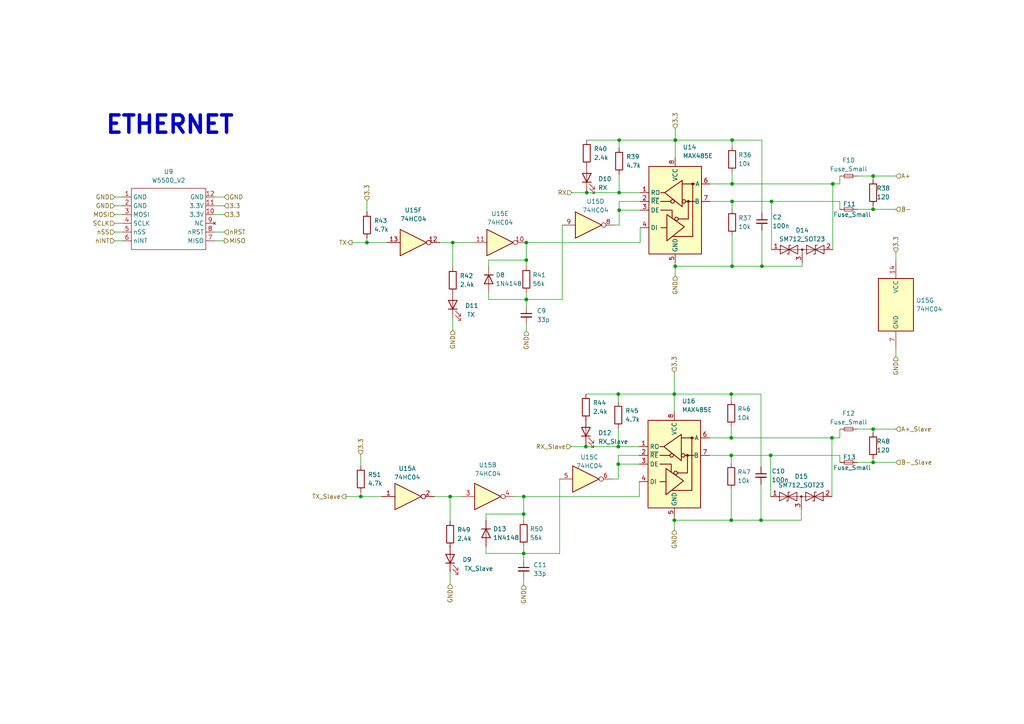
<source format=kicad_sch>
(kicad_sch (version 20231120) (generator "eeschema") (generator_version "8.0")
  (paper "A4")
  (title_block (title "IoT Node") (date "2026-01-28") (rev "V3") (company "PT. MEDION FARMA JAYA") (comment 1 "DESAIN @DMSRAGAA") (comment 2 "INSTITUT TEKNOLOGI SEPULUH NOPEMBER"))
  (lib_symbols
    (symbol "74xx:74HC04"
      (property "Reference" "U" (at 0 1.27 0))
      (property "Value" "74HC04" (at 0 -1.27 0))
      (symbol "74HC04_1_0"
        (polyline (pts (xy -3.81 3.81) (xy -3.81 -3.81) (xy 3.81 0) (xy -3.81 3.81)) (stroke (width 0.254)) (fill (type background)))
        (pin input line (at -7.62 0 0) (length 3.81) (name "~") (number "1"))
        (pin output inverted (at 7.62 0 180) (length 3.81) (name "~") (number "2"))
      )
      (symbol "74HC04_2_0"
        (polyline (pts (xy -3.81 3.81) (xy -3.81 -3.81) (xy 3.81 0) (xy -3.81 3.81)) (stroke (width 0.254)) (fill (type background)))
        (pin input line (at -7.62 0 0) (length 3.81) (name "~") (number "3"))
        (pin output inverted (at 7.62 0 180) (length 3.81) (name "~") (number "4"))
      )
      (symbol "74HC04_3_0"
        (polyline (pts (xy -3.81 3.81) (xy -3.81 -3.81) (xy 3.81 0) (xy -3.81 3.81)) (stroke (width 0.254)) (fill (type background)))
        (pin input line (at -7.62 0 0) (length 3.81) (name "~") (number "5"))
        (pin output inverted (at 7.62 0 180) (length 3.81) (name "~") (number "6"))
      )
      (symbol "74HC04_4_0"
        (polyline (pts (xy -3.81 3.81) (xy -3.81 -3.81) (xy 3.81 0) (xy -3.81 3.81)) (stroke (width 0.254)) (fill (type background)))
        (pin output inverted (at 7.62 0 180) (length 3.81) (name "~") (number "8"))
        (pin input line (at -7.62 0 0) (length 3.81) (name "~") (number "9"))
      )
      (symbol "74HC04_5_0"
        (polyline (pts (xy -3.81 3.81) (xy -3.81 -3.81) (xy 3.81 0) (xy -3.81 3.81)) (stroke (width 0.254)) (fill (type background)))
        (pin output inverted (at 7.62 0 180) (length 3.81) (name "~") (number "10"))
        (pin input line (at -7.62 0 0) (length 3.81) (name "~") (number "11"))
      )
      (symbol "74HC04_6_0"
        (polyline (pts (xy -3.81 3.81) (xy -3.81 -3.81) (xy 3.81 0) (xy -3.81 3.81)) (stroke (width 0.254)) (fill (type background)))
        (pin output inverted (at 7.62 0 180) (length 3.81) (name "~") (number "12"))
        (pin input line (at -7.62 0 0) (length 3.81) (name "~") (number "13"))
      )
      (symbol "74HC04_7_0"
        (pin power_in line (at 0 12.7 270) (length 5.08) (name "VCC") (number "14"))
        (pin power_in line (at 0 -12.7 90) (length 5.08) (name "GND") (number "7"))
      )
      (symbol "74HC04_7_1"
        (rectangle (start -5.08 7.62) (end 5.08 -7.62) (stroke (width 0.254)) (fill (type background)))
      )
    )
    (symbol "Device:C_Small" (pin_numbers hide) (pin_names (offset 0.254) hide)
      (property "Reference" "C" (at 0.254 1.778 0))
      (property "Value" "C_Small" (at 0.254 -2.032 0))
      (symbol "C_Small_0_1"
        (polyline (pts (xy -1.524 -0.508) (xy 1.524 -0.508)) (stroke (width 0.3302)))
        (polyline (pts (xy -1.524 0.508) (xy 1.524 0.508)) (stroke (width 0.3048)))
      )
      (symbol "C_Small_1_1"
        (pin passive line (at 0 2.54 270) (length 2.032) (name "~") (number "1"))
        (pin passive line (at 0 -2.54 90) (length 2.032) (name "~") (number "2"))
      )
    )
    (symbol "Device:Fuse_Small" (pin_numbers hide) (pin_names (offset 0.254) hide)
      (property "Reference" "F" (at 0 -1.524 0))
      (property "Value" "Fuse_Small" (at 0 1.524 0))
      (symbol "Fuse_Small_0_1"
        (rectangle (start -1.27 0.508) (end 1.27 -0.508))
        (polyline (pts (xy -1.27 0) (xy 1.27 0)))
      )
      (symbol "Fuse_Small_1_1"
        (pin passive line (at -2.54 0 0) (length 1.27) (name "~") (number "1"))
        (pin passive line (at 2.54 0 180) (length 1.27) (name "~") (number "2"))
      )
    )
    (symbol "Device:LED" (pin_numbers hide) (pin_names (offset 1.016) hide)
      (property "Reference" "D" (at 0 2.54 0))
      (property "Value" "LED" (at 0 -2.54 0))
      (symbol "LED_0_1"
        (polyline (pts (xy -1.27 -1.27) (xy -1.27 1.27)) (stroke (width 0.254)))
        (polyline (pts (xy -1.27 0) (xy 1.27 0)))
        (polyline (pts (xy 1.27 -1.27) (xy 1.27 1.27) (xy -1.27 0) (xy 1.27 -1.27)) (stroke (width 0.254)))
        (polyline (pts (xy -3.048 -0.762) (xy -4.572 -2.286) (xy -3.81 -2.286) (xy -4.572 -2.286) (xy -4.572 -1.524)))
        (polyline (pts (xy -1.778 -0.762) (xy -3.302 -2.286) (xy -2.54 -2.286) (xy -3.302 -2.286) (xy -3.302 -1.524)))
      )
      (symbol "LED_1_1"
        (pin passive line (at -3.81 0 0) (length 2.54) (name "K") (number "1"))
        (pin passive line (at 3.81 0 180) (length 2.54) (name "A") (number "2"))
      )
    )
    (symbol "Device:R" (pin_numbers hide) (pin_names (offset 0))
      (property "Reference" "R" (at 2.032 0 90))
      (property "Value" "R" (at 0 0 90))
      (symbol "R_0_1"
        (rectangle (start -1.016 -2.54) (end 1.016 2.54) (stroke (width 0.254)))
      )
      (symbol "R_1_1"
        (pin passive line (at 0 3.81 270) (length 1.27) (name "~") (number "1"))
        (pin passive line (at 0 -3.81 90) (length 1.27) (name "~") (number "2"))
      )
    )
    (symbol "Diode:1N4148" (pin_numbers hide) (pin_names hide)
      (property "Reference" "D" (at 0 2.54 0))
      (property "Value" "1N4148" (at 0 -2.54 0))
      (symbol "1N4148_0_1"
        (polyline (pts (xy -1.27 1.27) (xy -1.27 -1.27)) (stroke (width 0.254)))
        (polyline (pts (xy 1.27 0) (xy -1.27 0)))
        (polyline (pts (xy 1.27 1.27) (xy 1.27 -1.27) (xy -1.27 0) (xy 1.27 1.27)) (stroke (width 0.254)))
      )
      (symbol "1N4148_1_1"
        (pin passive line (at -3.81 0 0) (length 2.54) (name "K") (number "1"))
        (pin passive line (at 3.81 0 180) (length 2.54) (name "A") (number "2"))
      )
    )
    (symbol "Diode:SM712_SOT23" (pin_names (offset 1.016) hide)
      (property "Reference" "D" (at 0 4.445 0))
      (property "Value" "SM712_SOT23" (at 0 2.54 0))
      (symbol "SM712_SOT23_0_0"
        (polyline (pts (xy 0 -1.27) (xy 0 0)))
      )
      (symbol "SM712_SOT23_0_1"
        (polyline (pts (xy -6.35 0) (xy 6.35 0)))
        (polyline (pts (xy -3.302 1.27) (xy -3.81 1.27) (xy -3.81 -1.27) (xy -4.318 -1.27)) (stroke (width 0.2032)))
        (polyline (pts (xy 4.318 1.27) (xy 3.81 1.27) (xy 3.81 -1.27) (xy 3.302 -1.27)) (stroke (width 0.2032)))
        (polyline (pts (xy -6.35 -1.27) (xy -1.27 1.27) (xy -1.27 -1.27) (xy -6.35 1.27) (xy -6.35 -1.27)) (stroke (width 0.2032)))
        (polyline (pts (xy 1.27 -1.27) (xy 1.27 1.27) (xy 6.35 -1.27) (xy 6.35 1.27) (xy 1.27 -1.27)) (stroke (width 0.2032)))
        (circle (center 0 0) (radius 0.254) (fill (type outline)))
      )
      (symbol "SM712_SOT23_1_1"
        (pin passive line (at -8.89 0 0) (length 2.54) (name "A1") (number "1"))
        (pin passive line (at 8.89 0 180) (length 2.54) (name "A2") (number "2"))
        (pin input line (at 0 -3.81 90) (length 2.54) (name "common") (number "3"))
      )
    )
    (symbol "Interface_UART:MAX485E"
      (property "Reference" "U" (at -6.985 13.97 0))
      (property "Value" "MAX485E" (at 1.905 13.97 0))
      (symbol "MAX485E_0_1"
        (rectangle (start -7.62 12.7) (end 7.62 -12.7) (stroke (width 0.254)) (fill (type background)))
        (polyline (pts (xy -4.191 2.54) (xy -1.27 2.54)) (stroke (width 0.254)))
        (polyline (pts (xy -2.54 -5.08) (xy -4.191 -5.08)) (stroke (width 0.254)))
        (polyline (pts (xy -0.635 -7.62) (xy 5.08 -7.62)) (stroke (width 0.254)))
        (polyline (pts (xy 0.889 -2.54) (xy 3.81 -2.54)) (stroke (width 0.254)))
        (polyline (pts (xy 2.032 7.62) (xy 5.715 7.62)) (stroke (width 0.254)))
        (polyline (pts (xy 3.048 2.54) (xy 5.715 2.54)) (stroke (width 0.254)))
        (polyline (pts (xy 3.81 -2.54) (xy 3.81 2.54)) (stroke (width 0.254)))
        (polyline (pts (xy 5.08 -7.62) (xy 5.08 7.62)) (stroke (width 0.254)))
        (polyline (pts (xy -4.191 0) (xy -0.889 0) (xy -0.889 -2.286)) (stroke (width 0.254)))
        (polyline (pts (xy -3.175 5.08) (xy -4.191 5.08) (xy -4.064 5.08)) (stroke (width 0.254)))
        (polyline (pts (xy -2.413 -5.08) (xy -2.413 -1.27) (xy 2.667 -4.826) (xy -2.413 -8.89) (xy -2.413 -5.08)) (stroke (width 0.254)))
        (circle (center 0.381 -2.54) (radius 0.508) (stroke (width 0.254)))
        (circle (center 3.81 2.54) (radius 0.2794) (stroke (width 0.254)) (fill (type outline)))
      )
      (symbol "MAX485E_1_1"
        (circle (center -0.762 2.54) (radius 0.508) (stroke (width 0.254)))
        (polyline (pts (xy 2.032 4.826) (xy 2.032 8.636) (xy -3.048 5.08) (xy 2.032 1.016) (xy 2.032 4.826)) (stroke (width 0.254)))
        (circle (center 2.54 2.54) (radius 0.508) (stroke (width 0.254)))
        (circle (center 5.08 7.62) (radius 0.2794) (stroke (width 0.254)) (fill (type outline)))
        (pin output line (at -10.16 5.08 0) (length 2.54) (name "RO") (number "1"))
        (pin input line (at -10.16 2.54 0) (length 2.54) (name "~{RE}") (number "2"))
        (pin input line (at -10.16 0 0) (length 2.54) (name "DE") (number "3"))
        (pin input line (at -10.16 -5.08 0) (length 2.54) (name "DI") (number "4"))
        (pin power_in line (at 0 -15.24 90) (length 2.54) (name "GND") (number "5"))
        (pin bidirectional line (at 10.16 7.62 180) (length 2.54) (name "A") (number "6"))
        (pin bidirectional line (at 10.16 2.54 180) (length 2.54) (name "B") (number "7"))
        (pin power_in line (at 0 15.24 270) (length 2.54) (name "VCC") (number "8"))
      )
    )
    (symbol "W5500 ethernet:W5500_V2"
      (property "Reference" "U" (at -5.715 9.525 0))
      (property "Value" "W5500_V2" (at -3.175 7.62 0))
      (symbol "W5500_V2_0_1"
        (rectangle (start -10.16 6.35) (end 11.43 -11.43))
      )
      (symbol "W5500_V2_1_1"
        (pin power_in line (at -12.7 3.81 0) (length 2.54) (name "GND") (number "1"))
        (pin power_in line (at 13.97 -1.27 180) (length 2.54) (name "3.3V") (number "10"))
        (pin power_in line (at 13.97 1.27 180) (length 2.54) (name "3.3V") (number "11"))
        (pin power_in line (at 13.97 3.81 180) (length 2.54) (name "GND") (number "12"))
        (pin power_in line (at -12.7 1.27 0) (length 2.54) (name "GND") (number "2"))
        (pin output line (at -12.7 -1.27 0) (length 2.54) (name "MOSI") (number "3"))
        (pin input line (at -12.7 -3.81 0) (length 2.54) (name "SCLK") (number "4"))
        (pin input line (at -12.7 -6.35 0) (length 2.54) (name "nSS") (number "5"))
        (pin input line (at -12.7 -8.89 0) (length 2.54) (name "nINT") (number "6"))
        (pin input line (at 13.97 -8.89 180) (length 2.54) (name "MISO") (number "7"))
        (pin input line (at 13.97 -6.35 180) (length 2.54) (name "nRST") (number "8"))
        (pin no_connect line (at 13.97 -3.81 180) (length 2.54) (name "NC") (number "9"))
      )
    )
  )
  (junction (at 212.344 40.64))
  (junction (at 212.09 150.876))
  (junction (at 195.834 77.216))
  (junction (at 195.58 114.3))
  (junction (at 179.324 134.62))
  (junction (at 170.18 55.88))
  (junction (at 179.578 60.96))
  (junction (at 152.654 70.358))
  (junction (at 179.578 55.88))
  (junction (at 152.654 75.438))
  (junction (at 151.892 149.098))
  (junction (at 223.52 132.08))
  (junction (at 179.324 129.54))
  (junction (at 131.318 70.358))
  (junction (at 241.3 127))
  (junction (at 104.648 144.018))
  (junction (at 195.8679 40.64))
  (junction (at 130.556 144.018))
  (junction (at 220.726 150.876))
  (junction (at 212.344 77.216))
  (junction (at 195.8509 40.64))
  (junction (at 212.344 58.42))
  (junction (at 253.238 134.112))
  (junction (at 212.09 114.3))
  (junction (at 179.324 114.3))
  (junction (at 151.892 160.528))
  (junction (at 106.426 70.358))
  (junction (at 212.09 132.08))
  (junction (at 179.578 40.64))
  (junction (at 223.774 58.42))
  (junction (at 212.344 53.34))
  (junction (at 151.892 144.018))
  (junction (at 241.554 53.34))
  (junction (at 212.09 127))
  (junction (at 253.238 124.46))
  (junction (at 169.926 129.54))
  (junction (at 195.58 150.876))
  (junction (at 220.98 77.216))
  (junction (at 253.238 51.054))
  (junction (at 253.238 60.706))
  (junction (at 152.654 86.868))
  (wire (pts (xy 241.3 127) (xy 212.09 127)))
  (wire (pts (xy 177.546 138.938) (xy 179.324 138.938)))
  (wire (pts (xy 170.18 55.372) (xy 170.18 55.88)))
  (wire (pts (xy 170.18 55.88) (xy 179.578 55.88)))
  (wire (pts (xy 130.556 158.75) (xy 130.556 158.242)))
  (wire (pts (xy 151.892 160.528) (xy 151.892 158.496)))
  (wire (pts (xy 243.586 60.706) (xy 243.586 58.42)))
  (wire (pts (xy 179.578 60.96) (xy 185.674 60.96)))
  (wire (pts (xy 152.654 75.438) (xy 152.654 77.216)))
  (wire (pts (xy 248.666 60.706) (xy 253.238 60.706)))
  (wire (pts (xy 151.892 149.098) (xy 151.892 150.876)))
  (wire (pts (xy 195.8509 37.2682) (xy 195.8509 40.64)))
  (wire (pts (xy 259.842 101.092) (xy 259.842 103.378)))
  (wire (pts (xy 212.09 141.986) (xy 212.09 150.876)))
  (wire (pts (xy 243.586 134.112) (xy 243.586 132.08)))
  (wire (pts (xy 65.024 62.23) (xy 62.23 62.23)))
  (wire (pts (xy 212.09 123.698) (xy 212.09 127)))
  (wire (pts (xy 212.344 53.34) (xy 205.994 53.34)))
  (wire (pts (xy 141.732 86.868) (xy 152.654 86.868)))
  (wire (pts (xy 104.648 144.018) (xy 100.33 144.018)))
  (wire (pts (xy 185.42 139.7) (xy 185.42 144.018)))
  (wire (pts (xy 162.306 138.938) (xy 162.306 160.528)))
  (wire (pts (xy 152.654 86.868) (xy 152.654 84.836)))
  (wire (pts (xy 106.426 69.088) (xy 106.426 70.358)))
  (wire (pts (xy 195.58 153.67) (xy 195.58 150.876)))
  (wire (pts (xy 169.926 129.54) (xy 165.608 129.54)))
  (wire (pts (xy 223.52 132.08) (xy 243.586 132.08)))
  (wire (pts (xy 223.774 58.42) (xy 223.774 72.39)))
  (wire (pts (xy 131.318 70.358) (xy 131.318 77.47)))
  (wire (pts (xy 253.238 51.054) (xy 248.666 51.054)))
  (wire (pts (xy 243.586 124.46) (xy 243.586 127)))
  (wire (pts (xy 220.726 114.3) (xy 212.09 114.3)))
  (wire (pts (xy 195.58 150.876) (xy 212.09 150.876)))
  (wire (pts (xy 241.3 127) (xy 241.3 144.018)))
  (wire (pts (xy 35.56 64.77) (xy 33.274 64.77)))
  (wire (pts (xy 212.344 50.038) (xy 212.344 53.34)))
  (wire (pts (xy 179.324 114.3) (xy 195.58 114.3)))
  (wire (pts (xy 195.834 45.72) (xy 195.8679 40.64)))
  (wire (pts (xy 232.664 76.2) (xy 232.664 77.216)))
  (wire (pts (xy 149.098 144.018) (xy 151.892 144.018)))
  (wire (pts (xy 163.068 65.278) (xy 163.068 86.868)))
  (wire (pts (xy 130.556 144.018) (xy 133.858 144.018)))
  (wire (pts (xy 205.74 132.08) (xy 212.09 132.08)))
  (wire (pts (xy 243.586 127) (xy 241.3 127)))
  (wire (pts (xy 220.726 150.876) (xy 232.41 150.876)))
  (wire (pts (xy 35.56 57.15) (xy 33.274 57.15)))
  (wire (pts (xy 179.578 42.926) (xy 179.578 40.64)))
  (wire (pts (xy 195.834 80.01) (xy 195.834 77.216)))
  (wire (pts (xy 253.238 134.112) (xy 259.842 134.112)))
  (wire (pts (xy 170.18 40.64) (xy 179.578 40.64)))
  (wire (pts (xy 151.892 144.018) (xy 151.892 149.098)))
  (wire (pts (xy 104.648 131.826) (xy 104.648 135.128)))
  (wire (pts (xy 140.97 158.496) (xy 140.97 160.528)))
  (wire (pts (xy 185.42 132.08) (xy 179.324 132.08)))
  (wire (pts (xy 220.98 40.64) (xy 212.344 40.64)))
  (wire (pts (xy 220.726 135.382) (xy 220.726 114.3)))
  (wire (pts (xy 185.674 66.04) (xy 185.674 70.358)))
  (wire (pts (xy 241.554 53.34) (xy 241.554 72.39)))
  (wire (pts (xy 152.654 86.868) (xy 152.654 88.9)))
  (wire (pts (xy 152.654 93.98) (xy 152.654 96.012)))
  (wire (pts (xy 131.318 85.09) (xy 131.318 84.582)))
  (wire (pts (xy 232.41 147.828) (xy 232.41 150.876)))
  (wire (pts (xy 141.732 77.216) (xy 141.732 75.438)))
  (wire (pts (xy 179.324 134.62) (xy 179.324 138.938)))
  (wire (pts (xy 185.674 58.42) (xy 179.578 58.42)))
  (wire (pts (xy 178.308 65.278) (xy 179.578 65.278)))
  (wire (pts (xy 140.97 160.528) (xy 151.892 160.528)))
  (wire (pts (xy 253.238 51.054) (xy 259.842 51.054)))
  (wire (pts (xy 220.726 140.462) (xy 220.726 150.876)))
  (wire (pts (xy 195.58 107.95) (xy 195.58 114.3)))
  (wire (pts (xy 243.586 58.42) (xy 223.774 58.42)))
  (wire (pts (xy 212.09 132.08) (xy 212.09 134.366)))
  (wire (pts (xy 35.56 69.85) (xy 33.274 69.85)))
  (wire (pts (xy 212.344 77.216) (xy 220.98 77.216)))
  (wire (pts (xy 195.8509 40.64) (xy 195.8679 40.64)))
  (wire (pts (xy 169.926 121.92) (xy 169.926 121.412)))
  (wire (pts (xy 248.666 134.112) (xy 253.238 134.112)))
  (wire (pts (xy 140.97 149.098) (xy 151.892 149.098)))
  (wire (pts (xy 195.58 114.3) (xy 212.09 114.3)))
  (wire (pts (xy 65.024 59.69) (xy 62.23 59.69)))
  (wire (pts (xy 253.238 125.476) (xy 253.238 124.46)))
  (wire (pts (xy 130.556 165.862) (xy 130.556 169.418)))
  (wire (pts (xy 179.324 132.08) (xy 179.324 134.62)))
  (wire (pts (xy 140.97 150.876) (xy 140.97 149.098)))
  (wire (pts (xy 169.926 114.3) (xy 179.324 114.3)))
  (wire (pts (xy 179.324 116.586) (xy 179.324 114.3)))
  (wire (pts (xy 151.892 144.018) (xy 185.42 144.018)))
  (wire (pts (xy 220.98 66.802) (xy 220.98 77.216)))
  (wire (pts (xy 212.344 68.326) (xy 212.344 77.216)))
  (wire (pts (xy 253.238 60.706) (xy 253.238 59.69)))
  (wire (pts (xy 212.09 132.08) (xy 223.52 132.08)))
  (wire (pts (xy 223.52 144.018) (xy 223.52 132.08)))
  (wire (pts (xy 243.586 51.054) (xy 243.586 53.34)))
  (wire (pts (xy 179.324 134.62) (xy 185.42 134.62)))
  (wire (pts (xy 185.674 70.358) (xy 152.654 70.358)))
  (wire (pts (xy 141.732 75.438) (xy 152.654 75.438)))
  (wire (pts (xy 179.324 129.54) (xy 185.42 129.54)))
  (wire (pts (xy 232.664 77.216) (xy 220.98 77.216)))
  (wire (pts (xy 130.556 144.018) (xy 130.556 151.13)))
  (wire (pts (xy 151.892 167.64) (xy 151.892 169.672)))
  (wire (pts (xy 170.18 55.88) (xy 165.862 55.88)))
  (wire (pts (xy 205.994 58.42) (xy 212.344 58.42)))
  (wire (pts (xy 253.238 124.46) (xy 248.666 124.46)))
  (wire (pts (xy 152.654 70.358) (xy 152.654 75.438)))
  (wire (pts (xy 243.586 53.34) (xy 241.554 53.34)))
  (wire (pts (xy 195.58 114.3) (xy 195.58 119.38)))
  (wire (pts (xy 151.892 160.528) (xy 151.892 162.56)))
  (wire (pts (xy 253.238 52.07) (xy 253.238 51.054)))
  (wire (pts (xy 253.238 60.706) (xy 259.842 60.706)))
  (wire (pts (xy 169.926 129.032) (xy 169.926 129.54)))
  (wire (pts (xy 137.414 70.358) (xy 131.318 70.358)))
  (wire (pts (xy 212.344 58.42) (xy 212.344 60.706)))
  (wire (pts (xy 179.578 58.42) (xy 179.578 60.96)))
  (wire (pts (xy 179.578 50.546) (xy 179.578 55.88)))
  (wire (pts (xy 212.09 116.078) (xy 212.09 114.3)))
  (wire (pts (xy 65.024 57.15) (xy 62.23 57.15)))
  (wire (pts (xy 179.578 55.88) (xy 185.674 55.88)))
  (wire (pts (xy 195.834 77.216) (xy 195.834 76.2)))
  (wire (pts (xy 65.024 67.31) (xy 62.23 67.31)))
  (wire (pts (xy 253.238 124.46) (xy 259.842 124.46)))
  (wire (pts (xy 179.578 40.64) (xy 195.8509 40.64)))
  (wire (pts (xy 170.18 48.26) (xy 170.18 47.752)))
  (wire (pts (xy 212.344 42.418) (xy 212.344 40.64)))
  (wire (pts (xy 35.56 67.31) (xy 33.274 67.31)))
  (wire (pts (xy 35.56 59.69) (xy 33.274 59.69)))
  (wire (pts (xy 253.238 134.112) (xy 253.238 133.096)))
  (wire (pts (xy 106.426 70.358) (xy 112.268 70.358)))
  (wire (pts (xy 212.09 127) (xy 205.74 127)))
  (wire (pts (xy 179.324 124.206) (xy 179.324 129.54)))
  (wire (pts (xy 141.732 84.836) (xy 141.732 86.868)))
  (wire (pts (xy 131.318 92.202) (xy 131.318 95.758)))
  (wire (pts (xy 106.426 70.358) (xy 102.108 70.358)))
  (wire (pts (xy 127.508 70.358) (xy 131.318 70.358)))
  (wire (pts (xy 65.024 69.85) (xy 62.23 69.85)))
  (wire (pts (xy 104.648 142.748) (xy 104.648 144.018)))
  (wire (pts (xy 125.984 144.018) (xy 130.556 144.018)))
  (wire (pts (xy 106.426 58.166) (xy 106.426 61.468)))
  (wire (pts (xy 195.8679 40.64) (xy 212.344 40.64)))
  (wire (pts (xy 169.926 129.54) (xy 179.324 129.54)))
  (wire (pts (xy 241.554 53.34) (xy 212.344 53.34)))
  (wire (pts (xy 162.306 160.528) (xy 151.892 160.528)))
  (wire (pts (xy 104.648 144.018) (xy 110.744 144.018)))
  (wire (pts (xy 179.578 60.96) (xy 179.578 65.278)))
  (wire (pts (xy 163.068 86.868) (xy 152.654 86.868)))
  (wire (pts (xy 220.98 61.722) (xy 220.98 40.64)))
  (wire (pts (xy 35.56 62.23) (xy 33.274 62.23)))
  (wire (pts (xy 195.58 150.876) (xy 195.58 149.86)))
  (wire (pts (xy 212.09 150.876) (xy 220.726 150.876)))
  (wire (pts (xy 223.774 58.42) (xy 212.344 58.42)))
  (wire (pts (xy 259.842 73.152) (xy 259.842 75.692)))
  (wire (pts (xy 195.834 77.216) (xy 212.344 77.216)))
  (text "ETHERNET" (at 49.276 36.322 0) (effects (font (size 5 5) (bold yes))))
  (hierarchical_label "RX_Slave" (shape input) (at 165.608 129.54 180))
  (hierarchical_label "GND" (shape input) (at 151.892 169.672 270))
  (hierarchical_label "A+_Slave" (shape input) (at 259.842 124.46 0))
  (hierarchical_label "3.3" (shape input) (at 65.024 59.69 0))
  (hierarchical_label "MOSI" (shape input) (at 33.274 62.23 180))
  (hierarchical_label "A+" (shape input) (at 259.842 51.054 0))
  (hierarchical_label "B-" (shape input) (at 259.842 60.706 0))
  (hierarchical_label "GND" (shape input) (at 259.842 103.378 270))
  (hierarchical_label "GND" (shape input) (at 33.274 57.15 180))
  (hierarchical_label "GND" (shape input) (at 131.318 95.758 270))
  (hierarchical_label "SCLK" (shape input) (at 33.274 64.77 180))
  (hierarchical_label "nRST" (shape input) (at 65.024 67.31 0))
  (hierarchical_label "nINT" (shape input) (at 33.274 69.85 180))
  (hierarchical_label "3.3" (shape input) (at 106.426 58.166 90))
  (hierarchical_label "3.3" (shape input) (at 104.648 131.826 90))
  (hierarchical_label "GND" (shape input) (at 130.556 169.418 270))
  (hierarchical_label "3.3" (shape input) (at 65.024 62.23 0))
  (hierarchical_label "3.3" (shape input) (at 259.842 73.152 90))
  (hierarchical_label "GND" (shape input) (at 33.274 59.69 180))
  (hierarchical_label "nSS" (shape input) (at 33.274 67.31 180))
  (hierarchical_label "MISO" (shape output) (at 65.024 69.85 0))
  (hierarchical_label "GND" (shape input) (at 152.654 96.012 270))
  (hierarchical_label "3.3" (shape input) (at 195.58 107.95 90))
  (hierarchical_label "3.3" (shape input) (at 195.8509 37.2682 90))
  (hierarchical_label "RX" (shape input) (at 165.862 55.88 180))
  (hierarchical_label "GND" (shape input) (at 195.58 153.67 270))
  (hierarchical_label "TX_Slave" (shape output) (at 100.33 144.018 180))
  (hierarchical_label "GND" (shape input) (at 65.024 57.15 0))
  (hierarchical_label "TX" (shape output) (at 102.108 70.358 180))
  (hierarchical_label "GND" (shape input) (at 195.834 80.01 270))
  (hierarchical_label "B-_Slave" (shape input) (at 259.842 134.112 0))
  (symbol (lib_id "74xx:74HC04") (at 119.888 70.358 0) (unit 6)
    (property "Reference" "U15" (at 119.888 60.96 0))
    (property "Value" "74HC04" (at 119.888 63.5 0))
    (property "Footprint" "Package_SO:SOIC-14_3.9x8.7mm_P1.27mm" (effects (hide yes)))
    (property "Datasheet" "https://assets.nexperia.com/documents/data-sheet/74HC_HCT04.pdf" (effects (hide yes)))
    (property "Description" "Hex Inverter" (effects (hide yes)))
    (property "LCSC" "C6811" (effects (hide yes)))
  )
  (symbol (lib_id "Device:LED") (at 169.926 125.222 90) (unit 1)
    (property "Reference" "D12" (at 173.482 125.5394 90) (effects (justify right)))
    (property "Value" "RX_Slave" (at 173.482 128.0794 90) (effects (justify right)))
    (property "Footprint" "LED_SMD:LED_0805_2012Metric" (effects (hide yes)))
    (property "Description" "Light emitting diode" (effects (hide yes)))
    (property "LCSC" "C2296" (effects (hide yes)))
  )
  (symbol (lib_id "74xx:74HC04") (at 118.364 144.018 0) (unit 1)
    (property "Reference" "U15" (at 118.11 135.89 0))
    (property "Value" "74HC04" (at 118.11 138.43 0))
    (property "Footprint" "Package_SO:SOIC-14_3.9x8.7mm_P1.27mm" (effects (hide yes)))
    (property "Datasheet" "https://assets.nexperia.com/documents/data-sheet/74HC_HCT04.pdf" (effects (hide yes)))
    (property "Description" "Hex Inverter" (effects (hide yes)))
    (property "LCSC" "C6811" (effects (hide yes)))
  )
  (symbol (lib_id "Device:R") (at 169.926 118.11 0) (unit 1)
    (property "Reference" "R44" (at 171.958 116.84 0) (effects (justify left)))
    (property "Value" "2.4k" (at 171.958 119.38 0) (effects (justify left)))
    (property "Footprint" "Resistor_SMD:R_0805_2012Metric_Pad1.20x1.40mm_HandSolder" (effects (hide yes)))
    (property "Description" "Resistor" (effects (hide yes)))
    (property "LCSC" "C17526" (effects (hide yes)))
  )
  (symbol (lib_id "Interface_UART:MAX485E") (at 195.834 60.96 0) (unit 1)
    (property "Reference" "U14" (at 198.0281 42.672 0) (effects (justify left)))
    (property "Value" "MAX485E" (at 198.0281 45.212 0) (effects (justify left)))
    (property "Footprint" "Package_SO:SOIC-8_3.9x4.9mm_P1.27mm" (effects (hide yes)))
    (property "Datasheet" "https://datasheets.maximintegrated.com/en/ds/MAX1487E-MAX491E.pdf" (effects (hide yes)))
    (property "Description" "Half duplex RS-485/RS-422, 2.5 Mbps, ±15kV electro-static discharge (ESD) protection, no slew-rate, no low-power shutdown, with receiver/driver enable, 32 receiver drive capability, DIP-8 and SOIC-8" (effects (hide yes)))
    (property "LCSC" "C19738" (effects (hide yes)))
  )
  (symbol (lib_id "74xx:74HC04") (at 141.478 144.018 0) (unit 2)
    (property "Reference" "U15" (at 141.478 134.874 0))
    (property "Value" "74HC04" (at 141.478 137.414 0))
    (property "Footprint" "Package_SO:SOIC-14_3.9x8.7mm_P1.27mm" (effects (hide yes)))
    (property "Datasheet" "https://assets.nexperia.com/documents/data-sheet/74HC_HCT04.pdf" (effects (hide yes)))
    (property "Description" "Hex Inverter" (effects (hide yes)))
    (property "LCSC" "C6811" (effects (hide yes)))
  )
  (symbol (lib_id "Device:Fuse_Small") (at 246.126 134.112 0) (unit 1)
    (property "Reference" "F13" (at 246.38 132.588 0))
    (property "Value" "Fuse_Small" (at 247.142 135.636 0))
    (property "Footprint" "Capacitor_SMD:C_1812_4532Metric_Pad1.57x3.40mm_HandSolder" (effects (hide yes)))
    (property "Description" "Fuse, small symbol" (effects (hide yes)))
    (property "LCSC" "C12430" (effects (hide yes)))
  )
  (symbol (lib_id "Device:R") (at 106.426 65.278 0) (unit 1)
    (property "Reference" "R43" (at 108.458 64.008 0) (effects (justify left)))
    (property "Value" "4.7k" (at 108.458 66.548 0) (effects (justify left)))
    (property "Footprint" "Resistor_SMD:R_0805_2012Metric_Pad1.20x1.40mm_HandSolder" (effects (hide yes)))
    (property "Description" "Resistor" (effects (hide yes)))
    (property "LCSC" "C26022" (effects (hide yes)))
  )
  (symbol (lib_id "Device:Fuse_Small") (at 246.126 51.054 0) (unit 1)
    (property "Reference" "F10" (at 246.126 46.482 0))
    (property "Value" "Fuse_Small" (at 246.126 49.022 0))
    (property "Footprint" "Capacitor_SMD:C_1812_4532Metric_Pad1.57x3.40mm_HandSolder" (effects (hide yes)))
    (property "Description" "Fuse, small symbol" (effects (hide yes)))
    (property "LCSC" "C12430" (effects (hide yes)))
  )
  (symbol (lib_id "Device:C_Small") (at 151.892 165.1 0) (unit 1)
    (property "Reference" "C11" (at 154.686 163.8362 0) (effects (justify left)))
    (property "Value" "33p" (at 154.686 166.3762 0) (effects (justify left)))
    (property "Footprint" "Capacitor_SMD:C_0805_2012Metric_Pad1.18x1.45mm_HandSolder" (effects (hide yes)))
    (property "Description" "Unpolarized capacitor, small symbol" (effects (hide yes)))
    (property "LCSC" "C541516" (effects (hide yes)))
  )
  (symbol (lib_id "Device:R") (at 179.578 46.736 0) (unit 1)
    (property "Reference" "R39" (at 181.61 45.466 0) (effects (justify left)))
    (property "Value" "4.7k" (at 181.61 48.006 0) (effects (justify left)))
    (property "Footprint" "Resistor_SMD:R_0805_2012Metric_Pad1.20x1.40mm_HandSolder" (effects (hide yes)))
    (property "Description" "Resistor" (effects (hide yes)))
    (property "LCSC" "C26022" (effects (hide yes)))
  )
  (symbol (lib_id "74xx:74HC04") (at 145.034 70.358 0) (unit 5)
    (property "Reference" "U15" (at 145.034 61.976 0))
    (property "Value" "74HC04" (at 145.034 64.516 0))
    (property "Footprint" "Package_SO:SOIC-14_3.9x8.7mm_P1.27mm" (effects (hide yes)))
    (property "Datasheet" "https://assets.nexperia.com/documents/data-sheet/74HC_HCT04.pdf" (effects (hide yes)))
    (property "Description" "Hex Inverter" (effects (hide yes)))
    (property "LCSC" "C6811" (effects (hide yes)))
  )
  (symbol (lib_id "Device:R") (at 253.238 55.88 0) (unit 1)
    (property "Reference" "R38" (at 254.254 54.61 0) (effects (justify left)))
    (property "Value" "120" (at 254.254 57.15 0) (effects (justify left)))
    (property "Footprint" "Resistor_SMD:R_1206_3216Metric_Pad1.30x1.75mm_HandSolder" (effects (hide yes)))
    (property "Description" "Resistor" (effects (hide yes)))
    (property "LCSC" "C17909" (effects (hide yes)))
  )
  (symbol (lib_id "Device:Fuse_Small") (at 246.126 60.706 0) (unit 1)
    (property "Reference" "F11" (at 246.38 59.182 0))
    (property "Value" "Fuse_Small" (at 247.142 62.23 0))
    (property "Footprint" "Capacitor_SMD:C_1812_4532Metric_Pad1.57x3.40mm_HandSolder" (effects (hide yes)))
    (property "Description" "Fuse, small symbol" (effects (hide yes)))
    (property "LCSC" "C12430" (effects (hide yes)))
  )
  (symbol (lib_id "Device:R") (at 104.648 138.938 0) (unit 1)
    (property "Reference" "R51" (at 106.68 137.668 0) (effects (justify left)))
    (property "Value" "4.7k" (at 106.68 140.208 0) (effects (justify left)))
    (property "Footprint" "Resistor_SMD:R_0805_2012Metric_Pad1.20x1.40mm_HandSolder" (effects (hide yes)))
    (property "Description" "Resistor" (effects (hide yes)))
    (property "LCSC" "C26022" (effects (hide yes)))
  )
  (symbol (lib_id "Device:LED") (at 130.556 162.052 90) (unit 1)
    (property "Reference" "D9" (at 134.112 162.306 90) (effects (justify right)))
    (property "Value" "TX_Slave" (at 134.62 164.9094 90) (effects (justify right)))
    (property "Footprint" "LED_SMD:LED_0805_2012Metric" (effects (hide yes)))
    (property "Description" "Light emitting diode" (effects (hide yes)))
    (property "LCSC" "C2296" (effects (hide yes)))
  )
  (symbol (lib_id "Device:R") (at 151.892 154.686 0) (unit 1)
    (property "Reference" "R50" (at 153.67 153.4159 0) (effects (justify left)))
    (property "Value" "56k" (at 153.67 155.9559 0) (effects (justify left)))
    (property "Footprint" "Resistor_SMD:R_0805_2012Metric_Pad1.20x1.40mm_HandSolder" (effects (hide yes)))
    (property "Description" "Resistor" (effects (hide yes)))
    (property "LCSC" "C137509" (effects (hide yes)))
  )
  (symbol (lib_id "Device:R") (at 170.18 44.45 0) (unit 1)
    (property "Reference" "R40" (at 172.212 43.18 0) (effects (justify left)))
    (property "Value" "2.4k" (at 172.212 45.72 0) (effects (justify left)))
    (property "Footprint" "Resistor_SMD:R_0805_2012Metric_Pad1.20x1.40mm_HandSolder" (effects (hide yes)))
    (property "Description" "Resistor" (effects (hide yes)))
    (property "LCSC" "C17526" (effects (hide yes)))
  )
  (symbol (lib_id "Device:LED") (at 170.18 51.562 90) (unit 1)
    (property "Reference" "D10" (at 173.482 51.8794 90) (effects (justify right)))
    (property "Value" "RX" (at 173.482 54.4194 90) (effects (justify right)))
    (property "Footprint" "LED_SMD:LED_0805_2012Metric" (effects (hide yes)))
    (property "Description" "Light emitting diode" (effects (hide yes)))
    (property "LCSC" "C2296" (effects (hide yes)))
  )
  (symbol (lib_id "Diode:1N4148") (at 141.732 81.026 270) (unit 1)
    (property "Reference" "D8" (at 143.764 79.7559 90) (effects (justify left)))
    (property "Value" "1N4148" (at 143.764 82.2959 90) (effects (justify left)))
    (property "Footprint" "Diode_SMD:D_0805_2012Metric_Pad1.15x1.40mm_HandSolder" (effects (hide yes)))
    (property "Datasheet" "https://assets.nexperia.com/documents/data-sheet/1N4148_1N4448.pdf" (effects (hide yes)))
    (property "Description" "100V 0.15A standard switching diode, DO-35" (effects (hide yes)))
    (property "Sim.Device" "D" (effects (hide yes)))
    (property "Sim.Pins" "1=K 2=A" (effects (hide yes)))
    (property "LCSC" "C85057" (effects (hide yes)))
  )
  (symbol (lib_id "Device:R") (at 212.09 138.176 0) (unit 1)
    (property "Reference" "R47" (at 213.868 136.9059 0) (effects (justify left)))
    (property "Value" "10k" (at 213.868 139.4459 0) (effects (justify left)))
    (property "Footprint" "Resistor_SMD:R_0805_2012Metric_Pad1.20x1.40mm_HandSolder" (effects (hide yes)))
    (property "Description" "Resistor" (effects (hide yes)))
    (property "LCSC" "C17414" (effects (hide yes)))
  )
  (symbol (lib_id "Device:R") (at 179.324 120.396 0) (unit 1)
    (property "Reference" "R45" (at 181.356 119.126 0) (effects (justify left)))
    (property "Value" "4.7k" (at 181.356 121.666 0) (effects (justify left)))
    (property "Footprint" "Resistor_SMD:R_0805_2012Metric_Pad1.20x1.40mm_HandSolder" (effects (hide yes)))
    (property "Description" "Resistor" (effects (hide yes)))
    (property "LCSC" "C26022" (effects (hide yes)))
  )
  (symbol (lib_id "Device:R") (at 212.344 46.228 0) (unit 1)
    (property "Reference" "R36" (at 214.122 44.9579 0) (effects (justify left)))
    (property "Value" "10k" (at 214.122 47.4979 0) (effects (justify left)))
    (property "Footprint" "Resistor_SMD:R_0805_2012Metric_Pad1.20x1.40mm_HandSolder" (effects (hide yes)))
    (property "Description" "Resistor" (effects (hide yes)))
    (property "LCSC" "C17414" (effects (hide yes)))
  )
  (symbol (lib_id "74xx:74HC04") (at 169.926 138.938 0) (unit 3)
    (property "Reference" "U15" (at 170.942 132.588 0))
    (property "Value" "74HC04" (at 170.942 135.128 0))
    (property "Footprint" "Package_SO:SOIC-14_3.9x8.7mm_P1.27mm" (effects (hide yes)))
    (property "Datasheet" "https://assets.nexperia.com/documents/data-sheet/74HC_HCT04.pdf" (effects (hide yes)))
    (property "Description" "Hex Inverter" (effects (hide yes)))
    (property "LCSC" "C6811" (effects (hide yes)))
  )
  (symbol (lib_id "Diode:SM712_SOT23") (at 232.41 144.018 0) (unit 1)
    (property "Reference" "D15" (at 232.41 138.176 0))
    (property "Value" "SM712_SOT23" (at 232.41 140.716 0))
    (property "Footprint" "Package_TO_SOT_SMD:SOT-23" (effects (hide yes)))
    (property "Datasheet" "https://www.littelfuse.com/~/media/electronics/datasheets/tvs_diode_arrays/littelfuse_tvs_diode_array_sm712_datasheet.pdf.pdf" (effects (hide yes)))
    (property "Description" "7V/12V, 600W Asymmetrical TVS Diode Array, SOT-23" (effects (hide yes)))
    (property "LCSC" "C32677" (effects (hide yes)))
  )
  (symbol (lib_id "Device:R") (at 212.09 119.888 0) (unit 1)
    (property "Reference" "R46" (at 213.868 118.6179 0) (effects (justify left)))
    (property "Value" "10k" (at 213.868 121.1579 0) (effects (justify left)))
    (property "Footprint" "Resistor_SMD:R_0805_2012Metric_Pad1.20x1.40mm_HandSolder" (effects (hide yes)))
    (property "Description" "Resistor" (effects (hide yes)))
    (property "LCSC" "C17414" (effects (hide yes)))
  )
  (symbol (lib_id "W5500 ethernet:W5500_V2") (at 48.26 60.96 0) (unit 1)
    (property "Reference" "U9" (at 48.895 49.784 0))
    (property "Value" "W5500_V2" (at 48.895 52.324 0))
    (property "Footprint" "TTL to RS485:W5500" (effects (hide yes)))
  )
  (symbol (lib_id "Device:R") (at 253.238 129.286 0) (unit 1)
    (property "Reference" "R48" (at 254.254 128.016 0) (effects (justify left)))
    (property "Value" "120" (at 254.254 130.556 0) (effects (justify left)))
    (property "Footprint" "Resistor_SMD:R_1206_3216Metric_Pad1.30x1.75mm_HandSolder" (effects (hide yes)))
    (property "Description" "Resistor" (effects (hide yes)))
    (property "LCSC" "C17909" (effects (hide yes)))
  )
  (symbol (lib_id "Interface_UART:MAX485E") (at 195.58 134.62 0) (unit 1)
    (property "Reference" "U16" (at 197.7741 116.332 0) (effects (justify left)))
    (property "Value" "MAX485E" (at 197.7741 118.872 0) (effects (justify left)))
    (property "Footprint" "Package_SO:SOIC-8_3.9x4.9mm_P1.27mm" (effects (hide yes)))
    (property "Datasheet" "https://datasheets.maximintegrated.com/en/ds/MAX1487E-MAX491E.pdf" (effects (hide yes)))
    (property "Description" "Half duplex RS-485/RS-422, 2.5 Mbps, ±15kV electro-static discharge (ESD) protection, no slew-rate, no low-power shutdown, with receiver/driver enable, 32 receiver drive capability, DIP-8 and SOIC-8" (effects (hide yes)))
    (property "LCSC" "C19738" (effects (hide yes)))
  )
  (symbol (lib_id "Device:C_Small") (at 152.654 91.44 0) (unit 1)
    (property "Reference" "C9" (at 155.702 90.1762 0) (effects (justify left)))
    (property "Value" "33p" (at 155.702 92.7162 0) (effects (justify left)))
    (property "Footprint" "Capacitor_SMD:C_0805_2012Metric_Pad1.18x1.45mm_HandSolder" (effects (hide yes)))
    (property "Description" "Unpolarized capacitor, small symbol" (effects (hide yes)))
    (property "LCSC" "C541516" (effects (hide yes)))
  )
  (symbol (lib_id "74xx:74HC04") (at 259.842 88.392 0) (unit 7)
    (property "Reference" "U15" (at 265.684 87.1219 0) (effects (justify left)))
    (property "Value" "74HC04" (at 265.684 89.6619 0) (effects (justify left)))
    (property "Footprint" "Package_SO:SOIC-14_3.9x8.7mm_P1.27mm" (effects (hide yes)))
    (property "Datasheet" "https://assets.nexperia.com/documents/data-sheet/74HC_HCT04.pdf" (effects (hide yes)))
    (property "Description" "Hex Inverter" (effects (hide yes)))
    (property "LCSC" "C6811" (effects (hide yes)))
  )
  (symbol (lib_id "Device:R") (at 212.344 64.516 0) (unit 1)
    (property "Reference" "R37" (at 214.122 63.2459 0) (effects (justify left)))
    (property "Value" "10k" (at 214.122 65.7859 0) (effects (justify left)))
    (property "Footprint" "Resistor_SMD:R_0805_2012Metric_Pad1.20x1.40mm_HandSolder" (effects (hide yes)))
    (property "Description" "Resistor" (effects (hide yes)))
    (property "LCSC" "C17414" (effects (hide yes)))
  )
  (symbol (lib_id "Device:Fuse_Small") (at 246.126 124.46 0) (unit 1)
    (property "Reference" "F12" (at 246.126 119.888 0))
    (property "Value" "Fuse_Small" (at 246.126 122.428 0))
    (property "Footprint" "Capacitor_SMD:C_1812_4532Metric_Pad1.57x3.40mm_HandSolder" (effects (hide yes)))
    (property "Description" "Fuse, small symbol" (effects (hide yes)))
    (property "LCSC" "C12430" (effects (hide yes)))
  )
  (symbol (lib_id "Device:R") (at 130.556 154.94 0) (unit 1)
    (property "Reference" "R49" (at 132.588 153.67 0) (effects (justify left)))
    (property "Value" "2.4k" (at 132.588 156.21 0) (effects (justify left)))
    (property "Footprint" "Resistor_SMD:R_0805_2012Metric_Pad1.20x1.40mm_HandSolder" (effects (hide yes)))
    (property "Description" "Resistor" (effects (hide yes)))
    (property "LCSC" "C17526" (effects (hide yes)))
  )
  (symbol (lib_id "Device:R") (at 152.654 81.026 0) (unit 1)
    (property "Reference" "R41" (at 154.432 79.7559 0) (effects (justify left)))
    (property "Value" "56k" (at 154.432 82.2959 0) (effects (justify left)))
    (property "Footprint" "Resistor_SMD:R_0805_2012Metric_Pad1.20x1.40mm_HandSolder" (effects (hide yes)))
    (property "Description" "Resistor" (effects (hide yes)))
    (property "LCSC" "C137509" (effects (hide yes)))
  )
  (symbol (lib_id "Device:LED") (at 131.318 88.392 90) (unit 1)
    (property "Reference" "D11" (at 134.874 88.646 90) (effects (justify right)))
    (property "Value" "TX" (at 135.382 91.2494 90) (effects (justify right)))
    (property "Footprint" "LED_SMD:LED_0805_2012Metric" (effects (hide yes)))
    (property "Description" "Light emitting diode" (effects (hide yes)))
    (property "LCSC" "C2296" (effects (hide yes)))
  )
  (symbol (lib_id "Device:R") (at 131.318 81.28 0) (unit 1)
    (property "Reference" "R42" (at 133.35 80.01 0) (effects (justify left)))
    (property "Value" "2.4k" (at 133.35 82.55 0) (effects (justify left)))
    (property "Footprint" "Resistor_SMD:R_0805_2012Metric_Pad1.20x1.40mm_HandSolder" (effects (hide yes)))
    (property "Description" "Resistor" (effects (hide yes)))
    (property "LCSC" "C17526" (effects (hide yes)))
  )
  (symbol (lib_id "Device:C_Small") (at 220.726 137.922 0) (unit 1)
    (property "Reference" "C10" (at 223.774 136.6582 0) (effects (justify left)))
    (property "Value" "100n" (at 223.774 139.1982 0) (effects (justify left)))
    (property "Footprint" "Capacitor_SMD:C_0805_2012Metric_Pad1.18x1.45mm_HandSolder" (effects (hide yes)))
    (property "Description" "Unpolarized capacitor, small symbol" (effects (hide yes)))
    (property "LCSC" "C1711" (effects (hide yes)))
  )
  (symbol (lib_id "Diode:1N4148") (at 140.97 154.686 270) (unit 1)
    (property "Reference" "D13" (at 143.002 153.4159 90) (effects (justify left)))
    (property "Value" "1N4148" (at 143.002 155.9559 90) (effects (justify left)))
    (property "Footprint" "Diode_SMD:D_0805_2012Metric_Pad1.15x1.40mm_HandSolder" (effects (hide yes)))
    (property "Datasheet" "https://assets.nexperia.com/documents/data-sheet/1N4148_1N4448.pdf" (effects (hide yes)))
    (property "Description" "100V 0.15A standard switching diode, DO-35" (effects (hide yes)))
    (property "Sim.Device" "D" (effects (hide yes)))
    (property "Sim.Pins" "1=K 2=A" (effects (hide yes)))
    (property "LCSC" "C85057" (effects (hide yes)))
  )
  (symbol (lib_id "74xx:74HC04") (at 170.688 65.278 0) (unit 4)
    (property "Reference" "U15" (at 172.72 58.42 0))
    (property "Value" "74HC04" (at 172.72 60.96 0))
    (property "Footprint" "Package_SO:SOIC-14_3.9x8.7mm_P1.27mm" (effects (hide yes)))
    (property "Datasheet" "https://assets.nexperia.com/documents/data-sheet/74HC_HCT04.pdf" (effects (hide yes)))
    (property "Description" "Hex Inverter" (effects (hide yes)))
    (property "LCSC" "C6811" (effects (hide yes)))
  )
  (symbol (lib_id "Diode:SM712_SOT23") (at 232.664 72.39 0) (unit 1)
    (property "Reference" "D14" (at 232.664 66.802 0))
    (property "Value" "SM712_SOT23" (at 232.664 69.342 0))
    (property "Footprint" "Package_TO_SOT_SMD:SOT-23" (effects (hide yes)))
    (property "Datasheet" "https://www.littelfuse.com/~/media/electronics/datasheets/tvs_diode_arrays/littelfuse_tvs_diode_array_sm712_datasheet.pdf.pdf" (effects (hide yes)))
    (property "Description" "7V/12V, 600W Asymmetrical TVS Diode Array, SOT-23" (effects (hide yes)))
    (property "LCSC" "C32677" (effects (hide yes)))
  )
  (symbol (lib_id "Device:C_Small") (at 220.98 64.262 0) (unit 1)
    (property "Reference" "C2" (at 224.028 62.9982 0) (effects (justify left)))
    (property "Value" "100n" (at 224.028 65.5382 0) (effects (justify left)))
    (property "Footprint" "Capacitor_SMD:C_0805_2012Metric_Pad1.18x1.45mm_HandSolder" (effects (hide yes)))
    (property "Description" "Unpolarized capacitor, small symbol" (effects (hide yes)))
    (property "LCSC" "C1711" (effects (hide yes)))
  )
)
</source>
